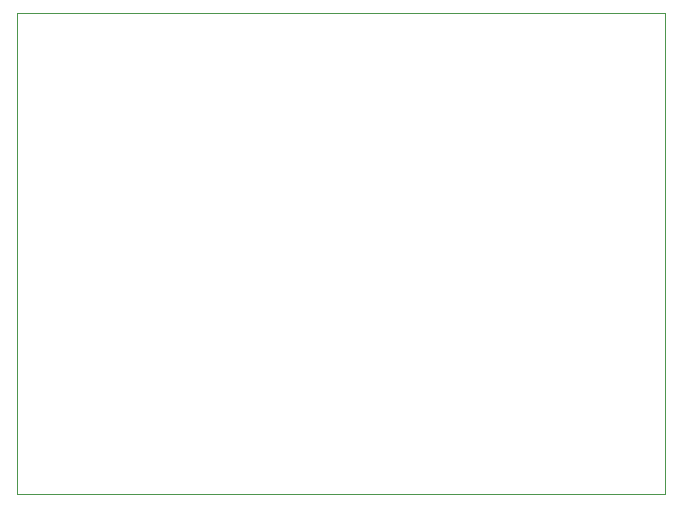
<source format=gbr>
G04 #@! TF.GenerationSoftware,KiCad,Pcbnew,(5.1.2)-2*
G04 #@! TF.CreationDate,2019-07-17T10:15:29+08:00*
G04 #@! TF.ProjectId,single_AM_eval_board,73696e67-6c65-45f4-914d-5f6576616c5f,rev?*
G04 #@! TF.SameCoordinates,Original*
G04 #@! TF.FileFunction,Profile,NP*
%FSLAX46Y46*%
G04 Gerber Fmt 4.6, Leading zero omitted, Abs format (unit mm)*
G04 Created by KiCad (PCBNEW (5.1.2)-2) date 2019-07-17 10:15:29*
%MOMM*%
%LPD*%
G04 APERTURE LIST*
%ADD10C,0.100000*%
G04 APERTURE END LIST*
D10*
X150876000Y-117221000D02*
X96012000Y-117221000D01*
X150876000Y-157988000D02*
X150876000Y-117221000D01*
X96012000Y-157988000D02*
X150876000Y-157988000D01*
X96012000Y-117221000D02*
X96012000Y-157988000D01*
M02*

</source>
